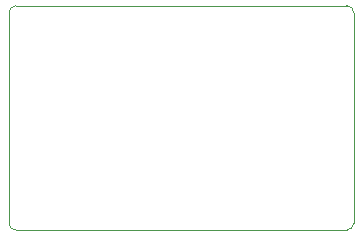
<source format=gbr>
%TF.GenerationSoftware,KiCad,Pcbnew,8.0.0*%
%TF.CreationDate,2024-09-22T12:37:06-04:00*%
%TF.ProjectId,MainBoard,4d61696e-426f-4617-9264-2e6b69636164,rev?*%
%TF.SameCoordinates,Original*%
%TF.FileFunction,Profile,NP*%
%FSLAX46Y46*%
G04 Gerber Fmt 4.6, Leading zero omitted, Abs format (unit mm)*
G04 Created by KiCad (PCBNEW 8.0.0) date 2024-09-22 12:37:06*
%MOMM*%
%LPD*%
G01*
G04 APERTURE LIST*
%TA.AperFunction,Profile*%
%ADD10C,0.050000*%
%TD*%
G04 APERTURE END LIST*
D10*
X85800000Y-92400000D02*
X113800000Y-92400000D01*
X85200000Y-74000000D02*
X85200000Y-91800000D01*
X113800000Y-73400000D02*
G75*
G02*
X114400000Y-74000000I0J-600000D01*
G01*
X114400000Y-91800000D02*
G75*
G02*
X113800000Y-92400000I-600000J0D01*
G01*
X113800000Y-73400000D02*
X85800000Y-73400000D01*
X114400000Y-91800000D02*
X114400000Y-74000000D01*
X85200000Y-74000000D02*
G75*
G02*
X85800000Y-73400000I600000J0D01*
G01*
X85800000Y-92400000D02*
G75*
G02*
X85200000Y-91800000I0J600000D01*
G01*
M02*

</source>
